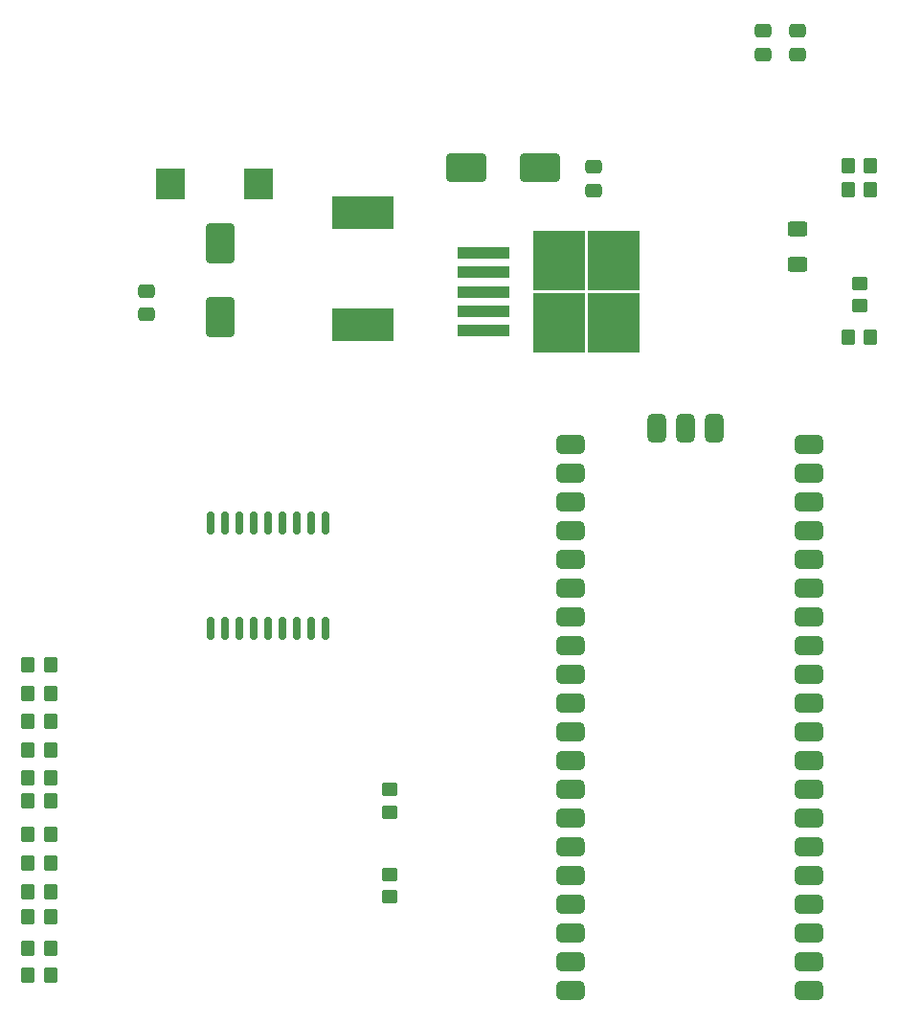
<source format=gbr>
%TF.GenerationSoftware,KiCad,Pcbnew,6.0.9*%
%TF.CreationDate,2022-12-14T15:45:26-03:00*%
%TF.ProjectId,trekking,7472656b-6b69-46e6-972e-6b696361645f,rev?*%
%TF.SameCoordinates,Original*%
%TF.FileFunction,Paste,Top*%
%TF.FilePolarity,Positive*%
%FSLAX46Y46*%
G04 Gerber Fmt 4.6, Leading zero omitted, Abs format (unit mm)*
G04 Created by KiCad (PCBNEW 6.0.9) date 2022-12-14 15:45:26*
%MOMM*%
%LPD*%
G01*
G04 APERTURE LIST*
G04 Aperture macros list*
%AMRoundRect*
0 Rectangle with rounded corners*
0 $1 Rounding radius*
0 $2 $3 $4 $5 $6 $7 $8 $9 X,Y pos of 4 corners*
0 Add a 4 corners polygon primitive as box body*
4,1,4,$2,$3,$4,$5,$6,$7,$8,$9,$2,$3,0*
0 Add four circle primitives for the rounded corners*
1,1,$1+$1,$2,$3*
1,1,$1+$1,$4,$5*
1,1,$1+$1,$6,$7*
1,1,$1+$1,$8,$9*
0 Add four rect primitives between the rounded corners*
20,1,$1+$1,$2,$3,$4,$5,0*
20,1,$1+$1,$4,$5,$6,$7,0*
20,1,$1+$1,$6,$7,$8,$9,0*
20,1,$1+$1,$8,$9,$2,$3,0*%
G04 Aperture macros list end*
%ADD10RoundRect,0.412500X0.837500X0.412500X-0.837500X0.412500X-0.837500X-0.412500X0.837500X-0.412500X0*%
%ADD11RoundRect,0.412500X-0.412500X0.837500X-0.412500X-0.837500X0.412500X-0.837500X0.412500X0.837500X0*%
%ADD12RoundRect,0.250000X0.350000X0.450000X-0.350000X0.450000X-0.350000X-0.450000X0.350000X-0.450000X0*%
%ADD13RoundRect,0.250000X0.450000X-0.350000X0.450000X0.350000X-0.450000X0.350000X-0.450000X-0.350000X0*%
%ADD14RoundRect,0.250000X-0.475000X0.337500X-0.475000X-0.337500X0.475000X-0.337500X0.475000X0.337500X0*%
%ADD15RoundRect,0.250000X-0.350000X-0.450000X0.350000X-0.450000X0.350000X0.450000X-0.350000X0.450000X0*%
%ADD16RoundRect,0.250000X0.475000X-0.337500X0.475000X0.337500X-0.475000X0.337500X-0.475000X-0.337500X0*%
%ADD17RoundRect,0.250000X-0.450000X0.350000X-0.450000X-0.350000X0.450000X-0.350000X0.450000X0.350000X0*%
%ADD18RoundRect,0.250000X0.625000X-0.400000X0.625000X0.400000X-0.625000X0.400000X-0.625000X-0.400000X0*%
%ADD19RoundRect,0.250000X1.000000X-1.500000X1.000000X1.500000X-1.000000X1.500000X-1.000000X-1.500000X0*%
%ADD20R,2.500000X2.700000*%
%ADD21R,4.600000X1.100000*%
%ADD22R,4.550000X5.250000*%
%ADD23RoundRect,0.250000X1.500000X1.000000X-1.500000X1.000000X-1.500000X-1.000000X1.500000X-1.000000X0*%
%ADD24R,5.400000X2.900000*%
%ADD25RoundRect,0.150000X0.150000X-0.875000X0.150000X0.875000X-0.150000X0.875000X-0.150000X-0.875000X0*%
G04 APERTURE END LIST*
D10*
%TO.C,U1*%
X119041000Y-144743500D03*
X119041000Y-142203500D03*
X119041000Y-139663500D03*
X119041000Y-137123500D03*
X119041000Y-134583500D03*
X119041000Y-132043500D03*
X119041000Y-129503500D03*
X119041000Y-126963500D03*
X119041000Y-124423500D03*
X119041000Y-121883500D03*
X119041000Y-119343500D03*
X119041000Y-116803500D03*
X119041000Y-114263500D03*
X119041000Y-111723500D03*
X119041000Y-109183500D03*
X119041000Y-106643500D03*
X119041000Y-104103500D03*
X119041000Y-101563500D03*
X119041000Y-99023500D03*
X119041000Y-96483500D03*
X97959000Y-96483500D03*
X97959000Y-99023500D03*
X97959000Y-101563500D03*
X97959000Y-104103500D03*
X97959000Y-106643500D03*
X97959000Y-109183500D03*
X97959000Y-111723500D03*
X97959000Y-114263500D03*
X97959000Y-116803500D03*
X97959000Y-119343500D03*
X97959000Y-121883500D03*
X97959000Y-124423500D03*
X97959000Y-126963500D03*
X97959000Y-129503500D03*
X97959000Y-132043500D03*
X97959000Y-134583500D03*
X97959000Y-137123500D03*
X97959000Y-139663500D03*
X97959000Y-142203500D03*
X97959000Y-144743500D03*
D11*
X110659000Y-95086500D03*
X108119000Y-95086500D03*
X105579000Y-95086500D03*
%TD*%
D12*
%TO.C,R16*%
X52000000Y-143400000D03*
X50000000Y-143400000D03*
%TD*%
D13*
%TO.C,R6*%
X82000000Y-136500000D03*
X82000000Y-134500000D03*
%TD*%
D14*
%TO.C,C1*%
X100000000Y-71962500D03*
X100000000Y-74037500D03*
%TD*%
D15*
%TO.C,R5*%
X122500000Y-71900000D03*
X124500000Y-71900000D03*
%TD*%
D12*
%TO.C,R15*%
X52000000Y-138200000D03*
X50000000Y-138200000D03*
%TD*%
D16*
%TO.C,C3*%
X115000000Y-62037500D03*
X115000000Y-59962500D03*
%TD*%
D17*
%TO.C,R1*%
X123500000Y-82250000D03*
X123500000Y-84250000D03*
%TD*%
D18*
%TO.C,R3*%
X118000000Y-80550000D03*
X118000000Y-77450000D03*
%TD*%
D15*
%TO.C,R13*%
X50000000Y-126000000D03*
X52000000Y-126000000D03*
%TD*%
%TO.C,R10*%
X50000000Y-141000000D03*
X52000000Y-141000000D03*
%TD*%
D19*
%TO.C,C5*%
X67000000Y-85250000D03*
X67000000Y-78750000D03*
%TD*%
D12*
%TO.C,R17*%
X52000000Y-118500000D03*
X50000000Y-118500000D03*
%TD*%
D20*
%TO.C,D1*%
X70400000Y-73500000D03*
X62600000Y-73500000D03*
%TD*%
D21*
%TO.C,U2*%
X90225000Y-86400000D03*
X90225000Y-84700000D03*
X90225000Y-83000000D03*
X90225000Y-81300000D03*
X90225000Y-79600000D03*
D22*
X101800000Y-80225000D03*
X101800000Y-85775000D03*
X96950000Y-85775000D03*
X96950000Y-80225000D03*
%TD*%
D15*
%TO.C,R12*%
X50000000Y-121000000D03*
X52000000Y-121000000D03*
%TD*%
%TO.C,R2*%
X122500000Y-87000000D03*
X124500000Y-87000000D03*
%TD*%
D23*
%TO.C,C4*%
X95250000Y-72000000D03*
X88750000Y-72000000D03*
%TD*%
D16*
%TO.C,C2*%
X118000000Y-62037500D03*
X118000000Y-59962500D03*
%TD*%
D24*
%TO.C,L1*%
X79600000Y-76050000D03*
X79600000Y-85950000D03*
%TD*%
D16*
%TO.C,C6*%
X60500000Y-85000000D03*
X60500000Y-82925000D03*
%TD*%
D12*
%TO.C,R14*%
X52000000Y-133500000D03*
X50000000Y-133500000D03*
%TD*%
D15*
%TO.C,R11*%
X50000000Y-116000000D03*
X52000000Y-116000000D03*
%TD*%
%TO.C,R9*%
X50000000Y-136000000D03*
X52000000Y-136000000D03*
%TD*%
D12*
%TO.C,R19*%
X52000000Y-128000000D03*
X50000000Y-128000000D03*
%TD*%
%TO.C,R4*%
X124500000Y-74000000D03*
X122500000Y-74000000D03*
%TD*%
D25*
%TO.C,U3*%
X66110000Y-112760000D03*
X67380000Y-112760000D03*
X68650000Y-112760000D03*
X69920000Y-112760000D03*
X71190000Y-112760000D03*
X72460000Y-112760000D03*
X73730000Y-112760000D03*
X75000000Y-112760000D03*
X76270000Y-112760000D03*
X76270000Y-103460000D03*
X75000000Y-103460000D03*
X73730000Y-103460000D03*
X72460000Y-103460000D03*
X71190000Y-103460000D03*
X69920000Y-103460000D03*
X68650000Y-103460000D03*
X67380000Y-103460000D03*
X66110000Y-103460000D03*
%TD*%
D15*
%TO.C,R8*%
X50000000Y-131000000D03*
X52000000Y-131000000D03*
%TD*%
D12*
%TO.C,R18*%
X52000000Y-123500000D03*
X50000000Y-123500000D03*
%TD*%
D13*
%TO.C,R7*%
X82000000Y-129000000D03*
X82000000Y-127000000D03*
%TD*%
M02*

</source>
